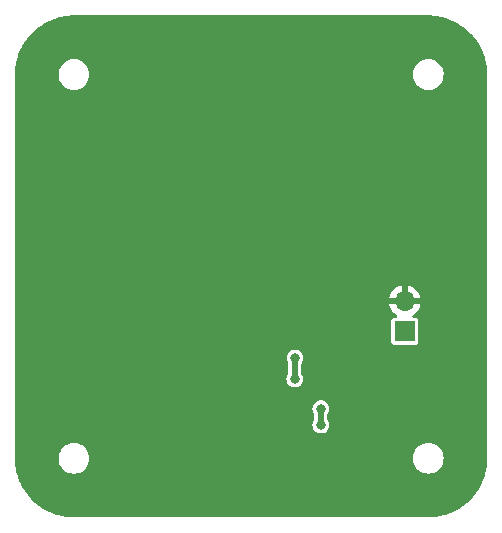
<source format=gbr>
%TF.GenerationSoftware,KiCad,Pcbnew,7.0.8*%
%TF.CreationDate,2024-09-28T20:52:04-07:00*%
%TF.ProjectId,proves_pcb_challenge,70726f76-6573-45f7-9063-625f6368616c,rev?*%
%TF.SameCoordinates,Original*%
%TF.FileFunction,Copper,L2,Bot*%
%TF.FilePolarity,Positive*%
%FSLAX46Y46*%
G04 Gerber Fmt 4.6, Leading zero omitted, Abs format (unit mm)*
G04 Created by KiCad (PCBNEW 7.0.8) date 2024-09-28 20:52:04*
%MOMM*%
%LPD*%
G01*
G04 APERTURE LIST*
%TA.AperFunction,ComponentPad*%
%ADD10R,1.700000X1.700000*%
%TD*%
%TA.AperFunction,ComponentPad*%
%ADD11O,1.700000X1.700000*%
%TD*%
%TA.AperFunction,ViaPad*%
%ADD12C,0.800000*%
%TD*%
%TA.AperFunction,Conductor*%
%ADD13C,0.500000*%
%TD*%
G04 APERTURE END LIST*
D10*
%TO.P,J3,1,Pin_1*%
%TO.N,/RUN*%
X148000000Y-101740000D03*
D11*
%TO.P,J3,2,Pin_2*%
%TO.N,GND*%
X148000000Y-99200000D03*
%TD*%
D12*
%TO.N,GND*%
X133000000Y-104950000D03*
X134800000Y-113000000D03*
X143275000Y-99125000D03*
X129300000Y-101300000D03*
X133210500Y-92400000D03*
X137050000Y-95050000D03*
X127900000Y-98900000D03*
X132900000Y-100450000D03*
X144700000Y-80900000D03*
X136100000Y-95100000D03*
X129400000Y-111500000D03*
X122400000Y-91500500D03*
X144225000Y-106100000D03*
X130800000Y-108700000D03*
X138825872Y-97825872D03*
X147100000Y-89600000D03*
X145150000Y-105600000D03*
X132200000Y-92400000D03*
X126100000Y-101900000D03*
X140600000Y-104100000D03*
X136000000Y-109900000D03*
X140300000Y-100500000D03*
X143675000Y-107000000D03*
X138800000Y-93700000D03*
X136000000Y-111900000D03*
X139300000Y-90000000D03*
X127000000Y-84400000D03*
X132499500Y-108600000D03*
X148400000Y-85600000D03*
%TO.N,+3V3*%
X140900000Y-108300500D03*
X138710403Y-104000500D03*
X140900000Y-109700000D03*
X138700000Y-105799500D03*
%TD*%
D13*
%TO.N,+3V3*%
X138710403Y-105789097D02*
X138700000Y-105799500D01*
X140900000Y-108300500D02*
X140900000Y-109700000D01*
X138710403Y-104000500D02*
X138710403Y-105789097D01*
%TD*%
%TA.AperFunction,Conductor*%
%TO.N,GND*%
G36*
X150217318Y-75009488D02*
G01*
X150415934Y-75018160D01*
X150420865Y-75018574D01*
X150636792Y-75045489D01*
X150832940Y-75071313D01*
X150837265Y-75071883D01*
X150841894Y-75072671D01*
X151054183Y-75117183D01*
X151252534Y-75161157D01*
X151256778Y-75162257D01*
X151464544Y-75224112D01*
X151658658Y-75285317D01*
X151662530Y-75286680D01*
X151864457Y-75365472D01*
X152052817Y-75443494D01*
X152056252Y-75445045D01*
X152131343Y-75481755D01*
X152250992Y-75540249D01*
X152388629Y-75611897D01*
X152432009Y-75634479D01*
X152435107Y-75636207D01*
X152621382Y-75747202D01*
X152793662Y-75856957D01*
X152796377Y-75858789D01*
X152972918Y-75984837D01*
X153135098Y-76109282D01*
X153137426Y-76111159D01*
X153303055Y-76251439D01*
X153454895Y-76390574D01*
X153609424Y-76545103D01*
X153748555Y-76696938D01*
X153763008Y-76714003D01*
X153888839Y-76862572D01*
X153890716Y-76864900D01*
X154015162Y-77027081D01*
X154141209Y-77203621D01*
X154143040Y-77206335D01*
X154252797Y-77378617D01*
X154363791Y-77564891D01*
X154365525Y-77568000D01*
X154459750Y-77749007D01*
X154525992Y-77884503D01*
X154554953Y-77943744D01*
X154556524Y-77947229D01*
X154634536Y-78135566D01*
X154713309Y-78337445D01*
X154714681Y-78341340D01*
X154775899Y-78535496D01*
X154837735Y-78743200D01*
X154838843Y-78747472D01*
X154882818Y-78945826D01*
X154927326Y-79158101D01*
X154928115Y-79162733D01*
X154954524Y-79363319D01*
X154981422Y-79579114D01*
X154981839Y-79584080D01*
X154990513Y-79782728D01*
X154999500Y-80000000D01*
X154999500Y-112500000D01*
X154990513Y-112717271D01*
X154981839Y-112915918D01*
X154981422Y-112920884D01*
X154954524Y-113136680D01*
X154928115Y-113337265D01*
X154927326Y-113341897D01*
X154882818Y-113554173D01*
X154838843Y-113752526D01*
X154837735Y-113756798D01*
X154775899Y-113964503D01*
X154714681Y-114158658D01*
X154713309Y-114162552D01*
X154634536Y-114364433D01*
X154556524Y-114552769D01*
X154554944Y-114556274D01*
X154459750Y-114750992D01*
X154365525Y-114931998D01*
X154363791Y-114935107D01*
X154252797Y-115121382D01*
X154143040Y-115293663D01*
X154141209Y-115296377D01*
X154015162Y-115472918D01*
X153890716Y-115635099D01*
X153888839Y-115637426D01*
X153748557Y-115803059D01*
X153609426Y-115954895D01*
X153454895Y-116109426D01*
X153303059Y-116248557D01*
X153137426Y-116388839D01*
X153135099Y-116390716D01*
X152972918Y-116515162D01*
X152796377Y-116641209D01*
X152793663Y-116643040D01*
X152621382Y-116752797D01*
X152435107Y-116863791D01*
X152431998Y-116865525D01*
X152250992Y-116959750D01*
X152056274Y-117054944D01*
X152052769Y-117056524D01*
X151864433Y-117134536D01*
X151662552Y-117213309D01*
X151658658Y-117214681D01*
X151464503Y-117275899D01*
X151256798Y-117337735D01*
X151252526Y-117338843D01*
X151054173Y-117382818D01*
X150841897Y-117427326D01*
X150837265Y-117428115D01*
X150636680Y-117454524D01*
X150420884Y-117481422D01*
X150415918Y-117481839D01*
X150217271Y-117490513D01*
X150000000Y-117499500D01*
X120000000Y-117499500D01*
X119782728Y-117490513D01*
X119584080Y-117481839D01*
X119579114Y-117481422D01*
X119363319Y-117454524D01*
X119162733Y-117428115D01*
X119158101Y-117427326D01*
X118945826Y-117382818D01*
X118747472Y-117338843D01*
X118743200Y-117337735D01*
X118535496Y-117275899D01*
X118341340Y-117214681D01*
X118337445Y-117213309D01*
X118135566Y-117134536D01*
X117947229Y-117056524D01*
X117943744Y-117054953D01*
X117884503Y-117025992D01*
X117749007Y-116959750D01*
X117568000Y-116865525D01*
X117564891Y-116863791D01*
X117378617Y-116752797D01*
X117206335Y-116643040D01*
X117203621Y-116641209D01*
X117027081Y-116515162D01*
X116864900Y-116390716D01*
X116862572Y-116388839D01*
X116696940Y-116248557D01*
X116545103Y-116109424D01*
X116390574Y-115954895D01*
X116251439Y-115803055D01*
X116111159Y-115637426D01*
X116109282Y-115635098D01*
X115984837Y-115472918D01*
X115858789Y-115296377D01*
X115856957Y-115293662D01*
X115747202Y-115121382D01*
X115636207Y-114935107D01*
X115634473Y-114931998D01*
X115540249Y-114750992D01*
X115481755Y-114631343D01*
X115445045Y-114556252D01*
X115443494Y-114552817D01*
X115365463Y-114364433D01*
X115286680Y-114162530D01*
X115285317Y-114158658D01*
X115224100Y-113964503D01*
X115175274Y-113800500D01*
X115162257Y-113756778D01*
X115161155Y-113752526D01*
X115134117Y-113630568D01*
X115117175Y-113554145D01*
X115111495Y-113527057D01*
X115072671Y-113341894D01*
X115071883Y-113337265D01*
X115047589Y-113152734D01*
X115045489Y-113136791D01*
X115018574Y-112920865D01*
X115018160Y-112915934D01*
X115009486Y-112717271D01*
X115000500Y-112500000D01*
X118694532Y-112500000D01*
X118714364Y-112726686D01*
X118714366Y-112726697D01*
X118773258Y-112946488D01*
X118773261Y-112946497D01*
X118869431Y-113152732D01*
X118869432Y-113152734D01*
X118999954Y-113339141D01*
X119160858Y-113500045D01*
X119160861Y-113500047D01*
X119347266Y-113630568D01*
X119553504Y-113726739D01*
X119773308Y-113785635D01*
X119943216Y-113800500D01*
X120056784Y-113800500D01*
X120226692Y-113785635D01*
X120446496Y-113726739D01*
X120652734Y-113630568D01*
X120839139Y-113500047D01*
X121000047Y-113339139D01*
X121130568Y-113152734D01*
X121226739Y-112946496D01*
X121285635Y-112726692D01*
X121305468Y-112500000D01*
X148694532Y-112500000D01*
X148714364Y-112726686D01*
X148714366Y-112726697D01*
X148773258Y-112946488D01*
X148773261Y-112946497D01*
X148869431Y-113152732D01*
X148869432Y-113152734D01*
X148999954Y-113339141D01*
X149160858Y-113500045D01*
X149160861Y-113500047D01*
X149347266Y-113630568D01*
X149553504Y-113726739D01*
X149773308Y-113785635D01*
X149943216Y-113800500D01*
X150056784Y-113800500D01*
X150226692Y-113785635D01*
X150446496Y-113726739D01*
X150652734Y-113630568D01*
X150839139Y-113500047D01*
X151000047Y-113339139D01*
X151130568Y-113152734D01*
X151226739Y-112946496D01*
X151285635Y-112726692D01*
X151305468Y-112500000D01*
X151285635Y-112273308D01*
X151226739Y-112053504D01*
X151130568Y-111847266D01*
X151000047Y-111660861D01*
X151000045Y-111660858D01*
X150839141Y-111499954D01*
X150652734Y-111369432D01*
X150652732Y-111369431D01*
X150446497Y-111273261D01*
X150446488Y-111273258D01*
X150226697Y-111214366D01*
X150226687Y-111214364D01*
X150056784Y-111199500D01*
X149943216Y-111199500D01*
X149773312Y-111214364D01*
X149773302Y-111214366D01*
X149553511Y-111273258D01*
X149553502Y-111273261D01*
X149347267Y-111369431D01*
X149347265Y-111369432D01*
X149160858Y-111499954D01*
X148999954Y-111660858D01*
X148869432Y-111847265D01*
X148869431Y-111847267D01*
X148773261Y-112053502D01*
X148773258Y-112053511D01*
X148714366Y-112273302D01*
X148714364Y-112273313D01*
X148694532Y-112499998D01*
X148694532Y-112500000D01*
X121305468Y-112500000D01*
X121285635Y-112273308D01*
X121226739Y-112053504D01*
X121130568Y-111847266D01*
X121000047Y-111660861D01*
X121000045Y-111660858D01*
X120839141Y-111499954D01*
X120652734Y-111369432D01*
X120652732Y-111369431D01*
X120446497Y-111273261D01*
X120446488Y-111273258D01*
X120226697Y-111214366D01*
X120226687Y-111214364D01*
X120056784Y-111199500D01*
X119943216Y-111199500D01*
X119773312Y-111214364D01*
X119773302Y-111214366D01*
X119553511Y-111273258D01*
X119553502Y-111273261D01*
X119347267Y-111369431D01*
X119347265Y-111369432D01*
X119160858Y-111499954D01*
X118999954Y-111660858D01*
X118869432Y-111847265D01*
X118869431Y-111847267D01*
X118773261Y-112053502D01*
X118773258Y-112053511D01*
X118714366Y-112273302D01*
X118714364Y-112273313D01*
X118694532Y-112499998D01*
X118694532Y-112500000D01*
X115000500Y-112500000D01*
X115000500Y-112499500D01*
X115000500Y-109700000D01*
X140194355Y-109700000D01*
X140214859Y-109868869D01*
X140214860Y-109868874D01*
X140275182Y-110027931D01*
X140337475Y-110118177D01*
X140371817Y-110167929D01*
X140477505Y-110261560D01*
X140499150Y-110280736D01*
X140649773Y-110359789D01*
X140649775Y-110359790D01*
X140814944Y-110400500D01*
X140985056Y-110400500D01*
X141150225Y-110359790D01*
X141229692Y-110318081D01*
X141300849Y-110280736D01*
X141300850Y-110280734D01*
X141300852Y-110280734D01*
X141428183Y-110167929D01*
X141524818Y-110027930D01*
X141585140Y-109868872D01*
X141605645Y-109700000D01*
X141585140Y-109531128D01*
X141524818Y-109372070D01*
X141524817Y-109372068D01*
X141472450Y-109296201D01*
X141450567Y-109229846D01*
X141450500Y-109225761D01*
X141450500Y-108774738D01*
X141470185Y-108707699D01*
X141472450Y-108704298D01*
X141486670Y-108683696D01*
X141524818Y-108628430D01*
X141585140Y-108469372D01*
X141605645Y-108300500D01*
X141585140Y-108131628D01*
X141524818Y-107972570D01*
X141428183Y-107832571D01*
X141300852Y-107719766D01*
X141300849Y-107719763D01*
X141150226Y-107640710D01*
X140985056Y-107600000D01*
X140814944Y-107600000D01*
X140649773Y-107640710D01*
X140499150Y-107719763D01*
X140371816Y-107832572D01*
X140275182Y-107972568D01*
X140214860Y-108131625D01*
X140214859Y-108131630D01*
X140194355Y-108300500D01*
X140214859Y-108469369D01*
X140214860Y-108469374D01*
X140275182Y-108628431D01*
X140327550Y-108704298D01*
X140349433Y-108770652D01*
X140349500Y-108774738D01*
X140349500Y-109225761D01*
X140329815Y-109292800D01*
X140327550Y-109296201D01*
X140275183Y-109372068D01*
X140275182Y-109372068D01*
X140214860Y-109531125D01*
X140214859Y-109531130D01*
X140194355Y-109700000D01*
X115000500Y-109700000D01*
X115000500Y-105799500D01*
X137994355Y-105799500D01*
X138014859Y-105968369D01*
X138014860Y-105968374D01*
X138075182Y-106127431D01*
X138137475Y-106217677D01*
X138171817Y-106267429D01*
X138277505Y-106361060D01*
X138299150Y-106380236D01*
X138449773Y-106459289D01*
X138449775Y-106459290D01*
X138614944Y-106500000D01*
X138785056Y-106500000D01*
X138950225Y-106459290D01*
X139029692Y-106417581D01*
X139100849Y-106380236D01*
X139100850Y-106380234D01*
X139100852Y-106380234D01*
X139228183Y-106267429D01*
X139324818Y-106127430D01*
X139385140Y-105968372D01*
X139405645Y-105799500D01*
X139385140Y-105630628D01*
X139324818Y-105471570D01*
X139282853Y-105410773D01*
X139260970Y-105344418D01*
X139260903Y-105340333D01*
X139260903Y-104474738D01*
X139280588Y-104407699D01*
X139282853Y-104404298D01*
X139297073Y-104383696D01*
X139335221Y-104328430D01*
X139395543Y-104169372D01*
X139416048Y-104000500D01*
X139395543Y-103831628D01*
X139335221Y-103672570D01*
X139238586Y-103532571D01*
X139111255Y-103419766D01*
X139111252Y-103419763D01*
X138960629Y-103340710D01*
X138795459Y-103300000D01*
X138625347Y-103300000D01*
X138460176Y-103340710D01*
X138309553Y-103419763D01*
X138182219Y-103532572D01*
X138085585Y-103672568D01*
X138025263Y-103831625D01*
X138025262Y-103831630D01*
X138004758Y-104000500D01*
X138025262Y-104169369D01*
X138025263Y-104169374D01*
X138085585Y-104328431D01*
X138137953Y-104404298D01*
X138159836Y-104470652D01*
X138159903Y-104474738D01*
X138159903Y-105310190D01*
X138140218Y-105377229D01*
X138137953Y-105380630D01*
X138075183Y-105471568D01*
X138075182Y-105471568D01*
X138014860Y-105630625D01*
X138014859Y-105630630D01*
X137994355Y-105799500D01*
X115000500Y-105799500D01*
X115000500Y-99450000D01*
X146669364Y-99450000D01*
X146726567Y-99663486D01*
X146726570Y-99663492D01*
X146826399Y-99877578D01*
X146961894Y-100071082D01*
X147128917Y-100238105D01*
X147308605Y-100363925D01*
X147352230Y-100418502D01*
X147359422Y-100488001D01*
X147327900Y-100550355D01*
X147267670Y-100585769D01*
X147237482Y-100589500D01*
X147105144Y-100589500D01*
X147105117Y-100589502D01*
X147080012Y-100592413D01*
X147080008Y-100592415D01*
X146977235Y-100637793D01*
X146897794Y-100717234D01*
X146852415Y-100820006D01*
X146852415Y-100820008D01*
X146849500Y-100845131D01*
X146849500Y-102634856D01*
X146849502Y-102634882D01*
X146852413Y-102659987D01*
X146852415Y-102659991D01*
X146897793Y-102762764D01*
X146897794Y-102762765D01*
X146977235Y-102842206D01*
X147080009Y-102887585D01*
X147105135Y-102890500D01*
X148894864Y-102890499D01*
X148894879Y-102890497D01*
X148894882Y-102890497D01*
X148919987Y-102887586D01*
X148919988Y-102887585D01*
X148919991Y-102887585D01*
X149022765Y-102842206D01*
X149102206Y-102762765D01*
X149147585Y-102659991D01*
X149150500Y-102634865D01*
X149150499Y-100845136D01*
X149150497Y-100845117D01*
X149147586Y-100820012D01*
X149147585Y-100820010D01*
X149147585Y-100820009D01*
X149102206Y-100717235D01*
X149022765Y-100637794D01*
X149022763Y-100637793D01*
X148919992Y-100592415D01*
X148894868Y-100589500D01*
X148762519Y-100589500D01*
X148695480Y-100569815D01*
X148649725Y-100517011D01*
X148639781Y-100447853D01*
X148668806Y-100384297D01*
X148691395Y-100363925D01*
X148871082Y-100238105D01*
X149038105Y-100071082D01*
X149173600Y-99877578D01*
X149273429Y-99663492D01*
X149273432Y-99663486D01*
X149330636Y-99450000D01*
X148433686Y-99450000D01*
X148459493Y-99409844D01*
X148500000Y-99271889D01*
X148500000Y-99128111D01*
X148459493Y-98990156D01*
X148433686Y-98950000D01*
X149330636Y-98950000D01*
X149330635Y-98949999D01*
X149273432Y-98736513D01*
X149273429Y-98736507D01*
X149173600Y-98522422D01*
X149173599Y-98522420D01*
X149038113Y-98328926D01*
X149038108Y-98328920D01*
X148871082Y-98161894D01*
X148677578Y-98026399D01*
X148463492Y-97926570D01*
X148463486Y-97926567D01*
X148250000Y-97869364D01*
X148250000Y-98764498D01*
X148142315Y-98715320D01*
X148035763Y-98700000D01*
X147964237Y-98700000D01*
X147857685Y-98715320D01*
X147750000Y-98764498D01*
X147750000Y-97869364D01*
X147749999Y-97869364D01*
X147536513Y-97926567D01*
X147536507Y-97926570D01*
X147322422Y-98026399D01*
X147322420Y-98026400D01*
X147128926Y-98161886D01*
X147128920Y-98161891D01*
X146961891Y-98328920D01*
X146961886Y-98328926D01*
X146826400Y-98522420D01*
X146826399Y-98522422D01*
X146726570Y-98736507D01*
X146726567Y-98736513D01*
X146669364Y-98949999D01*
X146669364Y-98950000D01*
X147566314Y-98950000D01*
X147540507Y-98990156D01*
X147500000Y-99128111D01*
X147500000Y-99271889D01*
X147540507Y-99409844D01*
X147566314Y-99450000D01*
X146669364Y-99450000D01*
X115000500Y-99450000D01*
X115000500Y-80000000D01*
X118694532Y-80000000D01*
X118714364Y-80226686D01*
X118714366Y-80226697D01*
X118773258Y-80446488D01*
X118773261Y-80446497D01*
X118869431Y-80652732D01*
X118869432Y-80652734D01*
X118999954Y-80839141D01*
X119160858Y-81000045D01*
X119160861Y-81000047D01*
X119347266Y-81130568D01*
X119553504Y-81226739D01*
X119773308Y-81285635D01*
X119943216Y-81300500D01*
X120056784Y-81300500D01*
X120226692Y-81285635D01*
X120446496Y-81226739D01*
X120652734Y-81130568D01*
X120839139Y-81000047D01*
X121000047Y-80839139D01*
X121130568Y-80652734D01*
X121226739Y-80446496D01*
X121285635Y-80226692D01*
X121305468Y-80000000D01*
X148694532Y-80000000D01*
X148714364Y-80226686D01*
X148714366Y-80226697D01*
X148773258Y-80446488D01*
X148773261Y-80446497D01*
X148869431Y-80652732D01*
X148869432Y-80652734D01*
X148999954Y-80839141D01*
X149160858Y-81000045D01*
X149160861Y-81000047D01*
X149347266Y-81130568D01*
X149553504Y-81226739D01*
X149773308Y-81285635D01*
X149943216Y-81300500D01*
X150056784Y-81300500D01*
X150226692Y-81285635D01*
X150446496Y-81226739D01*
X150652734Y-81130568D01*
X150839139Y-81000047D01*
X151000047Y-80839139D01*
X151130568Y-80652734D01*
X151226739Y-80446496D01*
X151285635Y-80226692D01*
X151305468Y-80000000D01*
X151305459Y-79999901D01*
X151287373Y-79793178D01*
X151285635Y-79773308D01*
X151226739Y-79553504D01*
X151130568Y-79347266D01*
X151000047Y-79160861D01*
X151000045Y-79160858D01*
X150839141Y-78999954D01*
X150652734Y-78869432D01*
X150652732Y-78869431D01*
X150446497Y-78773261D01*
X150446488Y-78773258D01*
X150226697Y-78714366D01*
X150226687Y-78714364D01*
X150056784Y-78699500D01*
X149943216Y-78699500D01*
X149773312Y-78714364D01*
X149773302Y-78714366D01*
X149553511Y-78773258D01*
X149553502Y-78773261D01*
X149347267Y-78869431D01*
X149347265Y-78869432D01*
X149160858Y-78999954D01*
X148999954Y-79160858D01*
X148869432Y-79347265D01*
X148869431Y-79347267D01*
X148773261Y-79553502D01*
X148773258Y-79553511D01*
X148714366Y-79773302D01*
X148714364Y-79773313D01*
X148694532Y-79999998D01*
X148694532Y-80000000D01*
X121305468Y-80000000D01*
X121305459Y-79999901D01*
X121287373Y-79793178D01*
X121285635Y-79773308D01*
X121226739Y-79553504D01*
X121130568Y-79347266D01*
X121000047Y-79160861D01*
X121000045Y-79160858D01*
X120839141Y-78999954D01*
X120652734Y-78869432D01*
X120652732Y-78869431D01*
X120446497Y-78773261D01*
X120446488Y-78773258D01*
X120226697Y-78714366D01*
X120226687Y-78714364D01*
X120056784Y-78699500D01*
X119943216Y-78699500D01*
X119773312Y-78714364D01*
X119773302Y-78714366D01*
X119553511Y-78773258D01*
X119553502Y-78773261D01*
X119347267Y-78869431D01*
X119347265Y-78869432D01*
X119160858Y-78999954D01*
X118999954Y-79160858D01*
X118869432Y-79347265D01*
X118869431Y-79347267D01*
X118773261Y-79553502D01*
X118773258Y-79553511D01*
X118714366Y-79773302D01*
X118714364Y-79773313D01*
X118694532Y-79999998D01*
X118694532Y-80000000D01*
X115000500Y-80000000D01*
X115009493Y-79782569D01*
X115018160Y-79584061D01*
X115018574Y-79579138D01*
X115045487Y-79363223D01*
X115071884Y-79162726D01*
X115072669Y-79158114D01*
X115117191Y-78945778D01*
X115161160Y-78747451D01*
X115162253Y-78743235D01*
X115224112Y-78535457D01*
X115285324Y-78341320D01*
X115286673Y-78337488D01*
X115365469Y-78135551D01*
X115443499Y-77947170D01*
X115445033Y-77943771D01*
X115514381Y-77801920D01*
X115540249Y-77749007D01*
X115573419Y-77685284D01*
X115634494Y-77567960D01*
X115636207Y-77564891D01*
X115747211Y-77378601D01*
X115856972Y-77206313D01*
X115858765Y-77203656D01*
X115984856Y-77027054D01*
X116109313Y-76864861D01*
X116111135Y-76862601D01*
X116251448Y-76696933D01*
X116390563Y-76545115D01*
X116545115Y-76390563D01*
X116696933Y-76251448D01*
X116862601Y-76111135D01*
X116864861Y-76109313D01*
X117027054Y-75984856D01*
X117203656Y-75858765D01*
X117206313Y-75856972D01*
X117378601Y-75747211D01*
X117564900Y-75636201D01*
X117567960Y-75634494D01*
X117685284Y-75573419D01*
X117749007Y-75540249D01*
X117823655Y-75503755D01*
X117943771Y-75445033D01*
X117947170Y-75443499D01*
X118135551Y-75365469D01*
X118337488Y-75286673D01*
X118341320Y-75285324D01*
X118535457Y-75224112D01*
X118743235Y-75162253D01*
X118747451Y-75161160D01*
X118945778Y-75117191D01*
X119158114Y-75072669D01*
X119162726Y-75071884D01*
X119363223Y-75045487D01*
X119579138Y-75018574D01*
X119584061Y-75018160D01*
X119782569Y-75009493D01*
X120000000Y-75000500D01*
X120000500Y-75000500D01*
X149999500Y-75000500D01*
X150000000Y-75000500D01*
X150217318Y-75009488D01*
G37*
%TD.AperFunction*%
%TD*%
M02*

</source>
